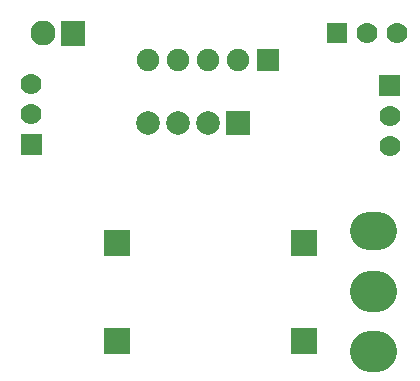
<source format=gbs>
G04 Layer: BottomSolderMaskLayer*
G04 EasyEDA v6.1.30, Mon, 22 Apr 2019 04:26:04 GMT*
G04 3299eb1e32c44027902f169d4311eafc,c4e59543e3c44a9793b0b0a188f79ba1,10*
G04 Gerber Generator version 0.2*
G04 Scale: 100 percent, Rotated: No, Reflected: No *
G04 Dimensions in millimeters *
G04 leading zeros omitted , absolute positions ,3 integer and 3 decimal *
%FSLAX33Y33*%
%MOMM*%
G90*
G71D02*

%ADD29C,3.505200*%
%ADD30C,3.251200*%
%ADD32C,1.903197*%
%ADD33C,1.778000*%
%ADD34R,1.778000X1.778000*%
%ADD36C,2.003196*%
%ADD38C,2.103196*%
%ADD40R,2.203196X2.203196*%

%LPD*%
G54D29*
G01X32512Y18034D02*
G01X32004Y18034D01*
G54D30*
G01X32639Y23114D02*
G01X31877Y23114D01*
G54D29*
G01X32512Y12954D02*
G01X32004Y12954D01*
G54D40*
G01X26416Y22098D03*
G01X10541Y22098D03*
G01X10541Y13843D03*
G01X26416Y13843D03*
G36*
G01X22416Y36639D02*
G01X22416Y38544D01*
G01X24321Y38544D01*
G01X24321Y36639D01*
G01X22416Y36639D01*
G37*
G54D32*
G01X20828Y37592D03*
G01X18288Y37592D03*
G01X15748Y37592D03*
G01X13208Y37592D03*
G54D33*
G01X3302Y35560D03*
G01X3302Y33020D03*
G36*
G01X2413Y29591D02*
G01X2413Y31369D01*
G01X4191Y31369D01*
G01X4191Y29591D01*
G01X2413Y29591D01*
G37*
G01X33655Y30353D03*
G01X33655Y32893D03*
G36*
G01X32766Y34544D02*
G01X32766Y36322D01*
G01X34544Y36322D01*
G01X34544Y34544D01*
G01X32766Y34544D01*
G37*
G01X34290Y39878D03*
G01X31750Y39878D03*
G54D34*
G01X29210Y39878D03*
G36*
G01X19828Y31257D02*
G01X19828Y33258D01*
G01X21829Y33258D01*
G01X21829Y31257D01*
G01X19828Y31257D01*
G37*
G54D36*
G01X18288Y32258D03*
G01X15748Y32258D03*
G01X13208Y32258D03*
G36*
G01X5807Y38826D02*
G01X5807Y40929D01*
G01X7910Y40929D01*
G01X7910Y38826D01*
G01X5807Y38826D01*
G37*
G54D38*
G01X4318Y39878D03*
M00*
M02*

</source>
